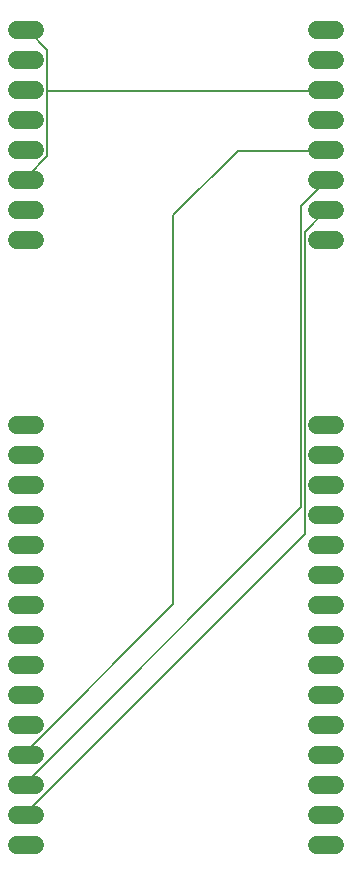
<source format=gbr>
G04 EAGLE Gerber RS-274X export*
G75*
%MOMM*%
%FSLAX34Y34*%
%LPD*%
%INBottom Copper*%
%IPPOS*%
%AMOC8*
5,1,8,0,0,1.08239X$1,22.5*%
G01*
G04 Define Apertures*
%ADD10C,1.524000*%
%ADD11C,0.152400*%
D10*
X134620Y-728250D02*
X119380Y-728250D01*
X119380Y-702850D02*
X134620Y-702850D01*
X134620Y-677450D02*
X119380Y-677450D01*
X119380Y-652050D02*
X134620Y-652050D01*
X134620Y-626650D02*
X119380Y-626650D01*
X119380Y-601250D02*
X134620Y-601250D01*
X134620Y-575850D02*
X119380Y-575850D01*
X119380Y-550450D02*
X134620Y-550450D01*
X134620Y-525050D02*
X119380Y-525050D01*
X119380Y-499650D02*
X134620Y-499650D01*
X134620Y-474250D02*
X119380Y-474250D01*
X119380Y-448850D02*
X134620Y-448850D01*
X134620Y-423450D02*
X119380Y-423450D01*
X119380Y-398050D02*
X134620Y-398050D01*
X134620Y-372650D02*
X119380Y-372650D01*
X373380Y-728250D02*
X388620Y-728250D01*
X388620Y-702850D02*
X373380Y-702850D01*
X373380Y-677450D02*
X388620Y-677450D01*
X388620Y-652050D02*
X373380Y-652050D01*
X373380Y-626650D02*
X388620Y-626650D01*
X388620Y-601250D02*
X373380Y-601250D01*
X373380Y-575850D02*
X388620Y-575850D01*
X388620Y-550450D02*
X373380Y-550450D01*
X373380Y-525050D02*
X388620Y-525050D01*
X388620Y-499650D02*
X373380Y-499650D01*
X373380Y-474250D02*
X388620Y-474250D01*
X388620Y-448850D02*
X373380Y-448850D01*
X373380Y-423450D02*
X388620Y-423450D01*
X388620Y-398050D02*
X373380Y-398050D01*
X373380Y-372650D02*
X388620Y-372650D01*
X134620Y-215900D02*
X119380Y-215900D01*
X119380Y-190500D02*
X134620Y-190500D01*
X134620Y-165100D02*
X119380Y-165100D01*
X119380Y-139700D02*
X134620Y-139700D01*
X134620Y-114300D02*
X119380Y-114300D01*
X119380Y-88900D02*
X134620Y-88900D01*
X134620Y-63500D02*
X119380Y-63500D01*
X119380Y-38100D02*
X134620Y-38100D01*
X373380Y-215900D02*
X388620Y-215900D01*
X388620Y-190500D02*
X373380Y-190500D01*
X373380Y-165100D02*
X388620Y-165100D01*
X388620Y-139700D02*
X373380Y-139700D01*
X373380Y-114300D02*
X388620Y-114300D01*
X388620Y-88900D02*
X373380Y-88900D01*
X373380Y-63500D02*
X388620Y-63500D01*
X388620Y-38100D02*
X373380Y-38100D01*
D11*
X128016Y-161544D02*
X128016Y-164592D01*
X128016Y-161544D02*
X144780Y-144780D01*
X144780Y-89916D02*
X144780Y-54864D01*
X144780Y-89916D02*
X144780Y-144780D01*
X144780Y-54864D02*
X128016Y-38100D01*
X128016Y-164592D02*
X127000Y-165100D01*
X127000Y-38100D02*
X128016Y-38100D01*
X144780Y-89916D02*
X381000Y-89916D01*
X381000Y-88900D01*
X128016Y-699516D02*
X128016Y-702564D01*
X128016Y-699516D02*
X362712Y-464820D01*
X362712Y-208788D01*
X381000Y-190500D01*
X128016Y-702564D02*
X127000Y-702850D01*
X128016Y-676656D02*
X128016Y-673608D01*
X359664Y-441960D01*
X359664Y-187452D01*
X381000Y-166116D01*
X128016Y-676656D02*
X127000Y-677450D01*
X381000Y-166116D02*
X381000Y-165100D01*
X128016Y-647700D02*
X128016Y-650748D01*
X128016Y-647700D02*
X251460Y-524256D01*
X251460Y-195072D01*
X306324Y-140208D01*
X381000Y-140208D01*
X128016Y-650748D02*
X127000Y-652050D01*
X381000Y-140208D02*
X381000Y-139700D01*
M02*

</source>
